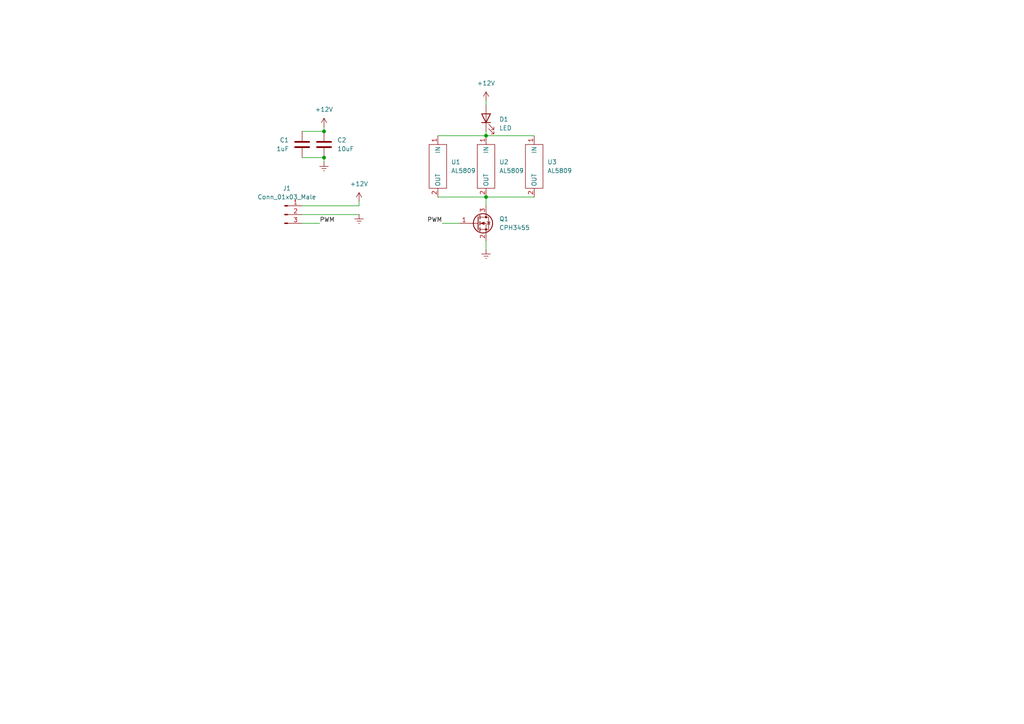
<source format=kicad_sch>
(kicad_sch (version 20211123) (generator eeschema)

  (uuid e63e39d7-6ac0-4ffd-8aa3-1841a4541b55)

  (paper "A4")

  (lib_symbols
    (symbol "Connector:Conn_01x03_Male" (pin_names (offset 1.016) hide) (in_bom yes) (on_board yes)
      (property "Reference" "J" (id 0) (at 0 5.08 0)
        (effects (font (size 1.27 1.27)))
      )
      (property "Value" "Conn_01x03_Male" (id 1) (at 0 -5.08 0)
        (effects (font (size 1.27 1.27)))
      )
      (property "Footprint" "" (id 2) (at 0 0 0)
        (effects (font (size 1.27 1.27)) hide)
      )
      (property "Datasheet" "~" (id 3) (at 0 0 0)
        (effects (font (size 1.27 1.27)) hide)
      )
      (property "ki_keywords" "connector" (id 4) (at 0 0 0)
        (effects (font (size 1.27 1.27)) hide)
      )
      (property "ki_description" "Generic connector, single row, 01x03, script generated (kicad-library-utils/schlib/autogen/connector/)" (id 5) (at 0 0 0)
        (effects (font (size 1.27 1.27)) hide)
      )
      (property "ki_fp_filters" "Connector*:*_1x??_*" (id 6) (at 0 0 0)
        (effects (font (size 1.27 1.27)) hide)
      )
      (symbol "Conn_01x03_Male_1_1"
        (polyline
          (pts
            (xy 1.27 -2.54)
            (xy 0.8636 -2.54)
          )
          (stroke (width 0.1524) (type default) (color 0 0 0 0))
          (fill (type none))
        )
        (polyline
          (pts
            (xy 1.27 0)
            (xy 0.8636 0)
          )
          (stroke (width 0.1524) (type default) (color 0 0 0 0))
          (fill (type none))
        )
        (polyline
          (pts
            (xy 1.27 2.54)
            (xy 0.8636 2.54)
          )
          (stroke (width 0.1524) (type default) (color 0 0 0 0))
          (fill (type none))
        )
        (rectangle (start 0.8636 -2.413) (end 0 -2.667)
          (stroke (width 0.1524) (type default) (color 0 0 0 0))
          (fill (type outline))
        )
        (rectangle (start 0.8636 0.127) (end 0 -0.127)
          (stroke (width 0.1524) (type default) (color 0 0 0 0))
          (fill (type outline))
        )
        (rectangle (start 0.8636 2.667) (end 0 2.413)
          (stroke (width 0.1524) (type default) (color 0 0 0 0))
          (fill (type outline))
        )
        (pin passive line (at 5.08 2.54 180) (length 3.81)
          (name "Pin_1" (effects (font (size 1.27 1.27))))
          (number "1" (effects (font (size 1.27 1.27))))
        )
        (pin passive line (at 5.08 0 180) (length 3.81)
          (name "Pin_2" (effects (font (size 1.27 1.27))))
          (number "2" (effects (font (size 1.27 1.27))))
        )
        (pin passive line (at 5.08 -2.54 180) (length 3.81)
          (name "Pin_3" (effects (font (size 1.27 1.27))))
          (number "3" (effects (font (size 1.27 1.27))))
        )
      )
    )
    (symbol "Device:C" (pin_numbers hide) (pin_names (offset 0.254)) (in_bom yes) (on_board yes)
      (property "Reference" "C" (id 0) (at 0.635 2.54 0)
        (effects (font (size 1.27 1.27)) (justify left))
      )
      (property "Value" "C" (id 1) (at 0.635 -2.54 0)
        (effects (font (size 1.27 1.27)) (justify left))
      )
      (property "Footprint" "" (id 2) (at 0.9652 -3.81 0)
        (effects (font (size 1.27 1.27)) hide)
      )
      (property "Datasheet" "~" (id 3) (at 0 0 0)
        (effects (font (size 1.27 1.27)) hide)
      )
      (property "ki_keywords" "cap capacitor" (id 4) (at 0 0 0)
        (effects (font (size 1.27 1.27)) hide)
      )
      (property "ki_description" "Unpolarized capacitor" (id 5) (at 0 0 0)
        (effects (font (size 1.27 1.27)) hide)
      )
      (property "ki_fp_filters" "C_*" (id 6) (at 0 0 0)
        (effects (font (size 1.27 1.27)) hide)
      )
      (symbol "C_0_1"
        (polyline
          (pts
            (xy -2.032 -0.762)
            (xy 2.032 -0.762)
          )
          (stroke (width 0.508) (type default) (color 0 0 0 0))
          (fill (type none))
        )
        (polyline
          (pts
            (xy -2.032 0.762)
            (xy 2.032 0.762)
          )
          (stroke (width 0.508) (type default) (color 0 0 0 0))
          (fill (type none))
        )
      )
      (symbol "C_1_1"
        (pin passive line (at 0 3.81 270) (length 2.794)
          (name "~" (effects (font (size 1.27 1.27))))
          (number "1" (effects (font (size 1.27 1.27))))
        )
        (pin passive line (at 0 -3.81 90) (length 2.794)
          (name "~" (effects (font (size 1.27 1.27))))
          (number "2" (effects (font (size 1.27 1.27))))
        )
      )
    )
    (symbol "Device:LED" (pin_numbers hide) (pin_names (offset 1.016) hide) (in_bom yes) (on_board yes)
      (property "Reference" "D" (id 0) (at 0 2.54 0)
        (effects (font (size 1.27 1.27)))
      )
      (property "Value" "LED" (id 1) (at 0 -2.54 0)
        (effects (font (size 1.27 1.27)))
      )
      (property "Footprint" "" (id 2) (at 0 0 0)
        (effects (font (size 1.27 1.27)) hide)
      )
      (property "Datasheet" "~" (id 3) (at 0 0 0)
        (effects (font (size 1.27 1.27)) hide)
      )
      (property "ki_keywords" "LED diode" (id 4) (at 0 0 0)
        (effects (font (size 1.27 1.27)) hide)
      )
      (property "ki_description" "Light emitting diode" (id 5) (at 0 0 0)
        (effects (font (size 1.27 1.27)) hide)
      )
      (property "ki_fp_filters" "LED* LED_SMD:* LED_THT:*" (id 6) (at 0 0 0)
        (effects (font (size 1.27 1.27)) hide)
      )
      (symbol "LED_0_1"
        (polyline
          (pts
            (xy -1.27 -1.27)
            (xy -1.27 1.27)
          )
          (stroke (width 0.254) (type default) (color 0 0 0 0))
          (fill (type none))
        )
        (polyline
          (pts
            (xy -1.27 0)
            (xy 1.27 0)
          )
          (stroke (width 0) (type default) (color 0 0 0 0))
          (fill (type none))
        )
        (polyline
          (pts
            (xy 1.27 -1.27)
            (xy 1.27 1.27)
            (xy -1.27 0)
            (xy 1.27 -1.27)
          )
          (stroke (width 0.254) (type default) (color 0 0 0 0))
          (fill (type none))
        )
        (polyline
          (pts
            (xy -3.048 -0.762)
            (xy -4.572 -2.286)
            (xy -3.81 -2.286)
            (xy -4.572 -2.286)
            (xy -4.572 -1.524)
          )
          (stroke (width 0) (type default) (color 0 0 0 0))
          (fill (type none))
        )
        (polyline
          (pts
            (xy -1.778 -0.762)
            (xy -3.302 -2.286)
            (xy -2.54 -2.286)
            (xy -3.302 -2.286)
            (xy -3.302 -1.524)
          )
          (stroke (width 0) (type default) (color 0 0 0 0))
          (fill (type none))
        )
      )
      (symbol "LED_1_1"
        (pin passive line (at -3.81 0 0) (length 2.54)
          (name "K" (effects (font (size 1.27 1.27))))
          (number "1" (effects (font (size 1.27 1.27))))
        )
        (pin passive line (at 3.81 0 180) (length 2.54)
          (name "A" (effects (font (size 1.27 1.27))))
          (number "2" (effects (font (size 1.27 1.27))))
        )
      )
    )
    (symbol "Device:Q_NMOS_GSD" (pin_names (offset 0) hide) (in_bom yes) (on_board yes)
      (property "Reference" "Q" (id 0) (at 5.08 1.27 0)
        (effects (font (size 1.27 1.27)) (justify left))
      )
      (property "Value" "Q_NMOS_GSD" (id 1) (at 5.08 -1.27 0)
        (effects (font (size 1.27 1.27)) (justify left))
      )
      (property "Footprint" "" (id 2) (at 5.08 2.54 0)
        (effects (font (size 1.27 1.27)) hide)
      )
      (property "Datasheet" "~" (id 3) (at 0 0 0)
        (effects (font (size 1.27 1.27)) hide)
      )
      (property "ki_keywords" "transistor NMOS N-MOS N-MOSFET" (id 4) (at 0 0 0)
        (effects (font (size 1.27 1.27)) hide)
      )
      (property "ki_description" "N-MOSFET transistor, gate/source/drain" (id 5) (at 0 0 0)
        (effects (font (size 1.27 1.27)) hide)
      )
      (symbol "Q_NMOS_GSD_0_1"
        (polyline
          (pts
            (xy 0.254 0)
            (xy -2.54 0)
          )
          (stroke (width 0) (type default) (color 0 0 0 0))
          (fill (type none))
        )
        (polyline
          (pts
            (xy 0.254 1.905)
            (xy 0.254 -1.905)
          )
          (stroke (width 0.254) (type default) (color 0 0 0 0))
          (fill (type none))
        )
        (polyline
          (pts
            (xy 0.762 -1.27)
            (xy 0.762 -2.286)
          )
          (stroke (width 0.254) (type default) (color 0 0 0 0))
          (fill (type none))
        )
        (polyline
          (pts
            (xy 0.762 0.508)
            (xy 0.762 -0.508)
          )
          (stroke (width 0.254) (type default) (color 0 0 0 0))
          (fill (type none))
        )
        (polyline
          (pts
            (xy 0.762 2.286)
            (xy 0.762 1.27)
          )
          (stroke (width 0.254) (type default) (color 0 0 0 0))
          (fill (type none))
        )
        (polyline
          (pts
            (xy 2.54 2.54)
            (xy 2.54 1.778)
          )
          (stroke (width 0) (type default) (color 0 0 0 0))
          (fill (type none))
        )
        (polyline
          (pts
            (xy 2.54 -2.54)
            (xy 2.54 0)
            (xy 0.762 0)
          )
          (stroke (width 0) (type default) (color 0 0 0 0))
          (fill (type none))
        )
        (polyline
          (pts
            (xy 0.762 -1.778)
            (xy 3.302 -1.778)
            (xy 3.302 1.778)
            (xy 0.762 1.778)
          )
          (stroke (width 0) (type default) (color 0 0 0 0))
          (fill (type none))
        )
        (polyline
          (pts
            (xy 1.016 0)
            (xy 2.032 0.381)
            (xy 2.032 -0.381)
            (xy 1.016 0)
          )
          (stroke (width 0) (type default) (color 0 0 0 0))
          (fill (type outline))
        )
        (polyline
          (pts
            (xy 2.794 0.508)
            (xy 2.921 0.381)
            (xy 3.683 0.381)
            (xy 3.81 0.254)
          )
          (stroke (width 0) (type default) (color 0 0 0 0))
          (fill (type none))
        )
        (polyline
          (pts
            (xy 3.302 0.381)
            (xy 2.921 -0.254)
            (xy 3.683 -0.254)
            (xy 3.302 0.381)
          )
          (stroke (width 0) (type default) (color 0 0 0 0))
          (fill (type none))
        )
        (circle (center 1.651 0) (radius 2.794)
          (stroke (width 0.254) (type default) (color 0 0 0 0))
          (fill (type none))
        )
        (circle (center 2.54 -1.778) (radius 0.254)
          (stroke (width 0) (type default) (color 0 0 0 0))
          (fill (type outline))
        )
        (circle (center 2.54 1.778) (radius 0.254)
          (stroke (width 0) (type default) (color 0 0 0 0))
          (fill (type outline))
        )
      )
      (symbol "Q_NMOS_GSD_1_1"
        (pin input line (at -5.08 0 0) (length 2.54)
          (name "G" (effects (font (size 1.27 1.27))))
          (number "1" (effects (font (size 1.27 1.27))))
        )
        (pin passive line (at 2.54 -5.08 90) (length 2.54)
          (name "S" (effects (font (size 1.27 1.27))))
          (number "2" (effects (font (size 1.27 1.27))))
        )
        (pin passive line (at 2.54 5.08 270) (length 2.54)
          (name "D" (effects (font (size 1.27 1.27))))
          (number "3" (effects (font (size 1.27 1.27))))
        )
      )
    )
    (symbol "components:AL5809" (in_bom yes) (on_board yes)
      (property "Reference" "U" (id 0) (at 0 1.27 0)
        (effects (font (size 1.27 1.27)))
      )
      (property "Value" "AL5809" (id 1) (at 6.35 0 0)
        (effects (font (size 1.27 1.27)))
      )
      (property "Footprint" "" (id 2) (at 0 0 0)
        (effects (font (size 1.27 1.27)) hide)
      )
      (property "Datasheet" "" (id 3) (at 0 0 0)
        (effects (font (size 1.27 1.27)) hide)
      )
      (symbol "AL5809_0_1"
        (rectangle (start 2.54 -6.35) (end -2.54 6.35)
          (stroke (width 0) (type default) (color 0 0 0 0))
          (fill (type none))
        )
      )
      (symbol "AL5809_1_1"
        (pin input line (at 0 8.89 270) (length 2.54)
          (name "IN" (effects (font (size 1.27 1.27))))
          (number "1" (effects (font (size 1.27 1.27))))
        )
        (pin input line (at 0 -8.89 90) (length 2.54)
          (name "OUT" (effects (font (size 1.27 1.27))))
          (number "2" (effects (font (size 1.27 1.27))))
        )
      )
    )
    (symbol "power:+12V" (power) (pin_names (offset 0)) (in_bom yes) (on_board yes)
      (property "Reference" "#PWR" (id 0) (at 0 -3.81 0)
        (effects (font (size 1.27 1.27)) hide)
      )
      (property "Value" "+12V" (id 1) (at 0 3.556 0)
        (effects (font (size 1.27 1.27)))
      )
      (property "Footprint" "" (id 2) (at 0 0 0)
        (effects (font (size 1.27 1.27)) hide)
      )
      (property "Datasheet" "" (id 3) (at 0 0 0)
        (effects (font (size 1.27 1.27)) hide)
      )
      (property "ki_keywords" "power-flag" (id 4) (at 0 0 0)
        (effects (font (size 1.27 1.27)) hide)
      )
      (property "ki_description" "Power symbol creates a global label with name \"+12V\"" (id 5) (at 0 0 0)
        (effects (font (size 1.27 1.27)) hide)
      )
      (symbol "+12V_0_1"
        (polyline
          (pts
            (xy -0.762 1.27)
            (xy 0 2.54)
          )
          (stroke (width 0) (type default) (color 0 0 0 0))
          (fill (type none))
        )
        (polyline
          (pts
            (xy 0 0)
            (xy 0 2.54)
          )
          (stroke (width 0) (type default) (color 0 0 0 0))
          (fill (type none))
        )
        (polyline
          (pts
            (xy 0 2.54)
            (xy 0.762 1.27)
          )
          (stroke (width 0) (type default) (color 0 0 0 0))
          (fill (type none))
        )
      )
      (symbol "+12V_1_1"
        (pin power_in line (at 0 0 90) (length 0) hide
          (name "+12V" (effects (font (size 1.27 1.27))))
          (number "1" (effects (font (size 1.27 1.27))))
        )
      )
    )
    (symbol "power:Earth" (power) (pin_names (offset 0)) (in_bom yes) (on_board yes)
      (property "Reference" "#PWR" (id 0) (at 0 -6.35 0)
        (effects (font (size 1.27 1.27)) hide)
      )
      (property "Value" "Earth" (id 1) (at 0 -3.81 0)
        (effects (font (size 1.27 1.27)) hide)
      )
      (property "Footprint" "" (id 2) (at 0 0 0)
        (effects (font (size 1.27 1.27)) hide)
      )
      (property "Datasheet" "~" (id 3) (at 0 0 0)
        (effects (font (size 1.27 1.27)) hide)
      )
      (property "ki_keywords" "power-flag ground gnd" (id 4) (at 0 0 0)
        (effects (font (size 1.27 1.27)) hide)
      )
      (property "ki_description" "Power symbol creates a global label with name \"Earth\"" (id 5) (at 0 0 0)
        (effects (font (size 1.27 1.27)) hide)
      )
      (symbol "Earth_0_1"
        (polyline
          (pts
            (xy -0.635 -1.905)
            (xy 0.635 -1.905)
          )
          (stroke (width 0) (type default) (color 0 0 0 0))
          (fill (type none))
        )
        (polyline
          (pts
            (xy -0.127 -2.54)
            (xy 0.127 -2.54)
          )
          (stroke (width 0) (type default) (color 0 0 0 0))
          (fill (type none))
        )
        (polyline
          (pts
            (xy 0 -1.27)
            (xy 0 0)
          )
          (stroke (width 0) (type default) (color 0 0 0 0))
          (fill (type none))
        )
        (polyline
          (pts
            (xy 1.27 -1.27)
            (xy -1.27 -1.27)
          )
          (stroke (width 0) (type default) (color 0 0 0 0))
          (fill (type none))
        )
      )
      (symbol "Earth_1_1"
        (pin power_in line (at 0 0 270) (length 0) hide
          (name "Earth" (effects (font (size 1.27 1.27))))
          (number "1" (effects (font (size 1.27 1.27))))
        )
      )
    )
  )


  (junction (at 140.97 57.15) (diameter 0) (color 0 0 0 0)
    (uuid 10466cba-b45a-4266-a3b7-e58a54c85068)
  )
  (junction (at 93.98 38.1) (diameter 0) (color 0 0 0 0)
    (uuid 68b6b306-8391-4ab3-959a-6aa1277b93f1)
  )
  (junction (at 140.97 39.37) (diameter 0) (color 0 0 0 0)
    (uuid f33292b6-e256-451d-9bfa-7d07ba9e670f)
  )
  (junction (at 93.98 45.72) (diameter 0) (color 0 0 0 0)
    (uuid fe734dca-5698-40e9-ba17-1b720172d3af)
  )

  (wire (pts (xy 87.63 62.23) (xy 104.14 62.23))
    (stroke (width 0) (type default) (color 0 0 0 0))
    (uuid 07da4162-0281-4b81-b67b-eca6a47606da)
  )
  (wire (pts (xy 93.98 45.72) (xy 93.98 46.99))
    (stroke (width 0) (type default) (color 0 0 0 0))
    (uuid 1f0c555b-1f36-4e06-851b-bc70ad5d5834)
  )
  (wire (pts (xy 140.97 57.15) (xy 140.97 59.69))
    (stroke (width 0) (type default) (color 0 0 0 0))
    (uuid 285d3b92-7942-4a70-9c84-2570cf0038f4)
  )
  (wire (pts (xy 127 57.15) (xy 140.97 57.15))
    (stroke (width 0) (type default) (color 0 0 0 0))
    (uuid 47033c75-f09c-4ea5-aeb3-c219d9891cc7)
  )
  (wire (pts (xy 133.35 64.77) (xy 128.27 64.77))
    (stroke (width 0) (type default) (color 0 0 0 0))
    (uuid 4a518cf5-302a-4ddf-9b50-907b7a84a707)
  )
  (wire (pts (xy 87.63 38.1) (xy 93.98 38.1))
    (stroke (width 0) (type default) (color 0 0 0 0))
    (uuid 9ff332e5-464c-41b1-9fff-7c3993b7c3b4)
  )
  (wire (pts (xy 87.63 64.77) (xy 92.71 64.77))
    (stroke (width 0) (type default) (color 0 0 0 0))
    (uuid b5d14f07-4208-4825-a3f9-afb81a73bb73)
  )
  (wire (pts (xy 140.97 38.1) (xy 140.97 39.37))
    (stroke (width 0) (type default) (color 0 0 0 0))
    (uuid bdbb21b8-7758-4d8a-b16d-0acaf1945f8d)
  )
  (wire (pts (xy 104.14 59.69) (xy 104.14 58.42))
    (stroke (width 0) (type default) (color 0 0 0 0))
    (uuid ca08f4b3-8b5a-40d2-8ef4-8bb3c3bc3cb8)
  )
  (wire (pts (xy 140.97 69.85) (xy 140.97 72.39))
    (stroke (width 0) (type default) (color 0 0 0 0))
    (uuid cc052d2b-6776-4186-9256-99c0d4cd5171)
  )
  (wire (pts (xy 93.98 36.83) (xy 93.98 38.1))
    (stroke (width 0) (type default) (color 0 0 0 0))
    (uuid de1fb6de-ab8b-4e76-89a5-9acddf2f6b73)
  )
  (wire (pts (xy 140.97 29.21) (xy 140.97 30.48))
    (stroke (width 0) (type default) (color 0 0 0 0))
    (uuid df4a2a66-5d83-4e4e-8142-ad068da1b030)
  )
  (wire (pts (xy 140.97 57.15) (xy 154.94 57.15))
    (stroke (width 0) (type default) (color 0 0 0 0))
    (uuid e85479a1-246b-4094-ab2f-e2441217b8b6)
  )
  (wire (pts (xy 87.63 45.72) (xy 93.98 45.72))
    (stroke (width 0) (type default) (color 0 0 0 0))
    (uuid ecede35e-350c-4a34-a551-1114fa20c280)
  )
  (wire (pts (xy 140.97 39.37) (xy 154.94 39.37))
    (stroke (width 0) (type default) (color 0 0 0 0))
    (uuid f0eaad98-d205-41c4-a0e6-ff5881df4ae0)
  )
  (wire (pts (xy 87.63 59.69) (xy 104.14 59.69))
    (stroke (width 0) (type default) (color 0 0 0 0))
    (uuid f667921d-bb8d-4a91-b61e-6a604a95592e)
  )
  (wire (pts (xy 127 39.37) (xy 140.97 39.37))
    (stroke (width 0) (type default) (color 0 0 0 0))
    (uuid f9a350f0-b8ca-4c85-b0c4-eb0366ea7894)
  )

  (label "PWM" (at 128.27 64.77 180)
    (effects (font (size 1.27 1.27)) (justify right bottom))
    (uuid 1ef26c9e-c239-4e93-9acd-fbf93abb05eb)
  )
  (label "PWM" (at 92.71 64.77 0)
    (effects (font (size 1.27 1.27)) (justify left bottom))
    (uuid 43a8e6ec-b394-4d3f-8cb4-c9eccd98a185)
  )

  (symbol (lib_id "Device:Q_NMOS_GSD") (at 138.43 64.77 0) (unit 1)
    (in_bom yes) (on_board yes) (fields_autoplaced)
    (uuid 1ef557bb-a76d-4798-b95c-d66ac495f1bf)
    (property "Reference" "Q1" (id 0) (at 144.78 63.4999 0)
      (effects (font (size 1.27 1.27)) (justify left))
    )
    (property "Value" "CPH3455" (id 1) (at 144.78 66.0399 0)
      (effects (font (size 1.27 1.27)) (justify left))
    )
    (property "Footprint" "components:CPH3455" (id 2) (at 143.51 62.23 0)
      (effects (font (size 1.27 1.27)) hide)
    )
    (property "Datasheet" "~" (id 3) (at 138.43 64.77 0)
      (effects (font (size 1.27 1.27)) hide)
    )
    (pin "1" (uuid 201fa855-369b-4b58-9b44-1b0eda603d3b))
    (pin "2" (uuid ba27ad7d-abb0-4351-a952-8382bdcef824))
    (pin "3" (uuid a1dc68a6-ef1d-4e79-9b35-9f70912c26aa))
  )

  (symbol (lib_id "Device:LED") (at 140.97 34.29 90) (unit 1)
    (in_bom yes) (on_board yes) (fields_autoplaced)
    (uuid 316d6ab8-9990-43ab-b131-78a837b0f26e)
    (property "Reference" "D1" (id 0) (at 144.78 34.6074 90)
      (effects (font (size 1.27 1.27)) (justify right))
    )
    (property "Value" "LED" (id 1) (at 144.78 37.1474 90)
      (effects (font (size 1.27 1.27)) (justify right))
    )
    (property "Footprint" "components:LED" (id 2) (at 140.97 34.29 0)
      (effects (font (size 1.27 1.27)) hide)
    )
    (property "Datasheet" "~" (id 3) (at 140.97 34.29 0)
      (effects (font (size 1.27 1.27)) hide)
    )
    (pin "1" (uuid 9ea8459f-2d83-400f-90fe-6329510894ce))
    (pin "2" (uuid 67dab28e-f05b-4223-994b-31a7479fa0a0))
  )

  (symbol (lib_id "power:+12V") (at 104.14 58.42 0) (unit 1)
    (in_bom yes) (on_board yes) (fields_autoplaced)
    (uuid 4129b7dc-e10f-40ab-b601-54a8ff51b1ea)
    (property "Reference" "#PWR03" (id 0) (at 104.14 62.23 0)
      (effects (font (size 1.27 1.27)) hide)
    )
    (property "Value" "+12V" (id 1) (at 104.14 53.34 0))
    (property "Footprint" "" (id 2) (at 104.14 58.42 0)
      (effects (font (size 1.27 1.27)) hide)
    )
    (property "Datasheet" "" (id 3) (at 104.14 58.42 0)
      (effects (font (size 1.27 1.27)) hide)
    )
    (pin "1" (uuid cbcbf7d2-f05c-42a5-8ec9-185d567af930))
  )

  (symbol (lib_id "components:AL5809") (at 154.94 48.26 0) (unit 1)
    (in_bom yes) (on_board yes) (fields_autoplaced)
    (uuid 45dc6788-a6ca-4954-b773-6fcc3cd9a485)
    (property "Reference" "U3" (id 0) (at 158.75 46.9899 0)
      (effects (font (size 1.27 1.27)) (justify left))
    )
    (property "Value" "AL5809" (id 1) (at 158.75 49.5299 0)
      (effects (font (size 1.27 1.27)) (justify left))
    )
    (property "Footprint" "components:PowerDI123" (id 2) (at 154.94 48.26 0)
      (effects (font (size 1.27 1.27)) hide)
    )
    (property "Datasheet" "" (id 3) (at 154.94 48.26 0)
      (effects (font (size 1.27 1.27)) hide)
    )
    (pin "1" (uuid ac5eb4a7-a387-48d6-b4f5-8a76d938534b))
    (pin "2" (uuid 6654ac8e-8fcc-43eb-ae73-37be136e0b7d))
  )

  (symbol (lib_id "Connector:Conn_01x03_Male") (at 82.55 62.23 0) (unit 1)
    (in_bom yes) (on_board yes) (fields_autoplaced)
    (uuid 4f2bcc0c-f197-41f6-8c58-3191c272f1c6)
    (property "Reference" "J1" (id 0) (at 83.185 54.61 0))
    (property "Value" "Conn_01x03_Male" (id 1) (at 83.185 57.15 0))
    (property "Footprint" "Connector_PinSocket_2.54mm:PinSocket_1x03_P2.54mm_Vertical" (id 2) (at 82.55 62.23 0)
      (effects (font (size 1.27 1.27)) hide)
    )
    (property "Datasheet" "~" (id 3) (at 82.55 62.23 0)
      (effects (font (size 1.27 1.27)) hide)
    )
    (pin "1" (uuid 577c741e-1c17-4349-81bc-74ade82196ea))
    (pin "2" (uuid 3b4af73c-6dd0-48b6-95e9-b5079fbed0c5))
    (pin "3" (uuid 046cbb3f-f434-4c36-a136-f6c8b0b1ae06))
  )

  (symbol (lib_id "power:Earth") (at 104.14 62.23 0) (unit 1)
    (in_bom yes) (on_board yes) (fields_autoplaced)
    (uuid 8b8ea481-cc7b-4cde-ad6b-dcc35255d1d8)
    (property "Reference" "#PWR04" (id 0) (at 104.14 68.58 0)
      (effects (font (size 1.27 1.27)) hide)
    )
    (property "Value" "Earth" (id 1) (at 104.14 66.04 0)
      (effects (font (size 1.27 1.27)) hide)
    )
    (property "Footprint" "" (id 2) (at 104.14 62.23 0)
      (effects (font (size 1.27 1.27)) hide)
    )
    (property "Datasheet" "~" (id 3) (at 104.14 62.23 0)
      (effects (font (size 1.27 1.27)) hide)
    )
    (pin "1" (uuid cda998d0-8821-4b2d-9ba5-e2d4f959b534))
  )

  (symbol (lib_id "power:+12V") (at 140.97 29.21 0) (unit 1)
    (in_bom yes) (on_board yes) (fields_autoplaced)
    (uuid 91ff2587-ead2-4c62-ab7b-9e4c1838960b)
    (property "Reference" "#PWR05" (id 0) (at 140.97 33.02 0)
      (effects (font (size 1.27 1.27)) hide)
    )
    (property "Value" "+12V" (id 1) (at 140.97 24.13 0))
    (property "Footprint" "" (id 2) (at 140.97 29.21 0)
      (effects (font (size 1.27 1.27)) hide)
    )
    (property "Datasheet" "" (id 3) (at 140.97 29.21 0)
      (effects (font (size 1.27 1.27)) hide)
    )
    (pin "1" (uuid d2750da6-b7bd-41e6-8fc5-96b475003664))
  )

  (symbol (lib_id "power:Earth") (at 93.98 46.99 0) (unit 1)
    (in_bom yes) (on_board yes) (fields_autoplaced)
    (uuid b4d2a7b1-43bb-4496-8560-af0324bf3f74)
    (property "Reference" "#PWR02" (id 0) (at 93.98 53.34 0)
      (effects (font (size 1.27 1.27)) hide)
    )
    (property "Value" "Earth" (id 1) (at 93.98 50.8 0)
      (effects (font (size 1.27 1.27)) hide)
    )
    (property "Footprint" "" (id 2) (at 93.98 46.99 0)
      (effects (font (size 1.27 1.27)) hide)
    )
    (property "Datasheet" "~" (id 3) (at 93.98 46.99 0)
      (effects (font (size 1.27 1.27)) hide)
    )
    (pin "1" (uuid 55d07802-47c2-4ca6-b2bb-77a3eec203ab))
  )

  (symbol (lib_id "Device:C") (at 93.98 41.91 0) (unit 1)
    (in_bom yes) (on_board yes) (fields_autoplaced)
    (uuid bd5d9520-c59c-4972-b8d5-c93f1996b6ae)
    (property "Reference" "C2" (id 0) (at 97.79 40.6399 0)
      (effects (font (size 1.27 1.27)) (justify left))
    )
    (property "Value" "10uF" (id 1) (at 97.79 43.1799 0)
      (effects (font (size 1.27 1.27)) (justify left))
    )
    (property "Footprint" "Capacitor_SMD:C_0603_1608Metric_Pad1.08x0.95mm_HandSolder" (id 2) (at 94.9452 45.72 0)
      (effects (font (size 1.27 1.27)) hide)
    )
    (property "Datasheet" "~" (id 3) (at 93.98 41.91 0)
      (effects (font (size 1.27 1.27)) hide)
    )
    (pin "1" (uuid b7331e60-092c-4ea4-a8c9-d6cb1f6b1d42))
    (pin "2" (uuid c593b145-8824-4ec7-a3c1-52bdcade558e))
  )

  (symbol (lib_id "Device:C") (at 87.63 41.91 0) (mirror x) (unit 1)
    (in_bom yes) (on_board yes) (fields_autoplaced)
    (uuid c6f5641c-e31f-4a7e-a8f8-da16e969ed13)
    (property "Reference" "C1" (id 0) (at 83.82 40.6399 0)
      (effects (font (size 1.27 1.27)) (justify right))
    )
    (property "Value" "1uF" (id 1) (at 83.82 43.1799 0)
      (effects (font (size 1.27 1.27)) (justify right))
    )
    (property "Footprint" "Capacitor_SMD:C_0603_1608Metric_Pad1.08x0.95mm_HandSolder" (id 2) (at 88.5952 38.1 0)
      (effects (font (size 1.27 1.27)) hide)
    )
    (property "Datasheet" "~" (id 3) (at 87.63 41.91 0)
      (effects (font (size 1.27 1.27)) hide)
    )
    (pin "1" (uuid eb4a890c-094d-4c93-9f59-41be2c4eab5f))
    (pin "2" (uuid 3ae6db8b-4b21-425d-aaf2-206f87e08107))
  )

  (symbol (lib_id "components:AL5809") (at 127 48.26 0) (unit 1)
    (in_bom yes) (on_board yes) (fields_autoplaced)
    (uuid ca805aef-c8a9-45dd-9427-b78cd4d95488)
    (property "Reference" "U1" (id 0) (at 130.81 46.9899 0)
      (effects (font (size 1.27 1.27)) (justify left))
    )
    (property "Value" "AL5809" (id 1) (at 130.81 49.5299 0)
      (effects (font (size 1.27 1.27)) (justify left))
    )
    (property "Footprint" "components:PowerDI123" (id 2) (at 127 48.26 0)
      (effects (font (size 1.27 1.27)) hide)
    )
    (property "Datasheet" "" (id 3) (at 127 48.26 0)
      (effects (font (size 1.27 1.27)) hide)
    )
    (pin "1" (uuid bfbce513-9500-4c40-9548-1f17822aeea0))
    (pin "2" (uuid 93a1a007-8810-4a2c-a289-4b1574e78023))
  )

  (symbol (lib_id "components:AL5809") (at 140.97 48.26 0) (unit 1)
    (in_bom yes) (on_board yes) (fields_autoplaced)
    (uuid ccdce88e-24b7-4692-934b-22bb9b0763dc)
    (property "Reference" "U2" (id 0) (at 144.78 46.9899 0)
      (effects (font (size 1.27 1.27)) (justify left))
    )
    (property "Value" "AL5809" (id 1) (at 144.78 49.5299 0)
      (effects (font (size 1.27 1.27)) (justify left))
    )
    (property "Footprint" "components:PowerDI123" (id 2) (at 140.97 48.26 0)
      (effects (font (size 1.27 1.27)) hide)
    )
    (property "Datasheet" "" (id 3) (at 140.97 48.26 0)
      (effects (font (size 1.27 1.27)) hide)
    )
    (pin "1" (uuid e61e3b10-16bb-45fa-9a42-277efd2ec104))
    (pin "2" (uuid 5c4ddc3a-1b67-4d06-8b43-5f565c9d4f71))
  )

  (symbol (lib_id "power:Earth") (at 140.97 72.39 0) (unit 1)
    (in_bom yes) (on_board yes) (fields_autoplaced)
    (uuid d1cab0b4-1d34-4bb3-a58a-9c4b7d746d4c)
    (property "Reference" "#PWR06" (id 0) (at 140.97 78.74 0)
      (effects (font (size 1.27 1.27)) hide)
    )
    (property "Value" "Earth" (id 1) (at 140.97 76.2 0)
      (effects (font (size 1.27 1.27)) hide)
    )
    (property "Footprint" "" (id 2) (at 140.97 72.39 0)
      (effects (font (size 1.27 1.27)) hide)
    )
    (property "Datasheet" "~" (id 3) (at 140.97 72.39 0)
      (effects (font (size 1.27 1.27)) hide)
    )
    (pin "1" (uuid 6038ce0b-733a-4e69-9b99-56f17fab26bf))
  )

  (symbol (lib_id "power:+12V") (at 93.98 36.83 0) (unit 1)
    (in_bom yes) (on_board yes) (fields_autoplaced)
    (uuid d22e63a8-4b48-4494-b2e6-7fa3f467ffdd)
    (property "Reference" "#PWR01" (id 0) (at 93.98 40.64 0)
      (effects (font (size 1.27 1.27)) hide)
    )
    (property "Value" "+12V" (id 1) (at 93.98 31.75 0))
    (property "Footprint" "" (id 2) (at 93.98 36.83 0)
      (effects (font (size 1.27 1.27)) hide)
    )
    (property "Datasheet" "" (id 3) (at 93.98 36.83 0)
      (effects (font (size 1.27 1.27)) hide)
    )
    (pin "1" (uuid 0d4871f1-0c16-4637-87f9-c94515833987))
  )

  (sheet_instances
    (path "/" (page "1"))
  )

  (symbol_instances
    (path "/d22e63a8-4b48-4494-b2e6-7fa3f467ffdd"
      (reference "#PWR01") (unit 1) (value "+12V") (footprint "")
    )
    (path "/b4d2a7b1-43bb-4496-8560-af0324bf3f74"
      (reference "#PWR02") (unit 1) (value "Earth") (footprint "")
    )
    (path "/4129b7dc-e10f-40ab-b601-54a8ff51b1ea"
      (reference "#PWR03") (unit 1) (value "+12V") (footprint "")
    )
    (path "/8b8ea481-cc7b-4cde-ad6b-dcc35255d1d8"
      (reference "#PWR04") (unit 1) (value "Earth") (footprint "")
    )
    (path "/91ff2587-ead2-4c62-ab7b-9e4c1838960b"
      (reference "#PWR05") (unit 1) (value "+12V") (footprint "")
    )
    (path "/d1cab0b4-1d34-4bb3-a58a-9c4b7d746d4c"
      (reference "#PWR06") (unit 1) (value "Earth") (footprint "")
    )
    (path "/c6f5641c-e31f-4a7e-a8f8-da16e969ed13"
      (reference "C1") (unit 1) (value "1uF") (footprint "Capacitor_SMD:C_0603_1608Metric_Pad1.08x0.95mm_HandSolder")
    )
    (path "/bd5d9520-c59c-4972-b8d5-c93f1996b6ae"
      (reference "C2") (unit 1) (value "10uF") (footprint "Capacitor_SMD:C_0603_1608Metric_Pad1.08x0.95mm_HandSolder")
    )
    (path "/316d6ab8-9990-43ab-b131-78a837b0f26e"
      (reference "D1") (unit 1) (value "LED") (footprint "components:LED")
    )
    (path "/4f2bcc0c-f197-41f6-8c58-3191c272f1c6"
      (reference "J1") (unit 1) (value "Conn_01x03_Male") (footprint "Connector_PinSocket_2.54mm:PinSocket_1x03_P2.54mm_Vertical")
    )
    (path "/1ef557bb-a76d-4798-b95c-d66ac495f1bf"
      (reference "Q1") (unit 1) (value "CPH3455") (footprint "components:CPH3455")
    )
    (path "/ca805aef-c8a9-45dd-9427-b78cd4d95488"
      (reference "U1") (unit 1) (value "AL5809") (footprint "components:PowerDI123")
    )
    (path "/ccdce88e-24b7-4692-934b-22bb9b0763dc"
      (reference "U2") (unit 1) (value "AL5809") (footprint "components:PowerDI123")
    )
    (path "/45dc6788-a6ca-4954-b773-6fcc3cd9a485"
      (reference "U3") (unit 1) (value "AL5809") (footprint "components:PowerDI123")
    )
  )
)

</source>
